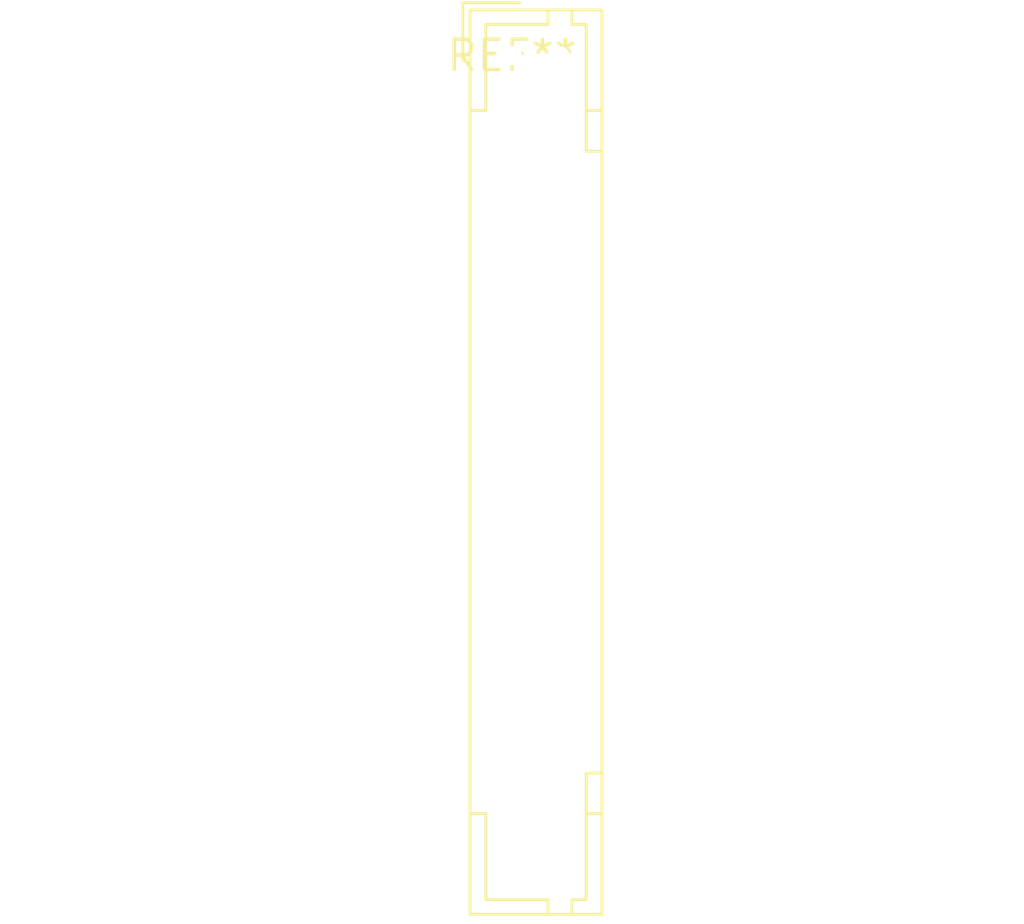
<source format=kicad_pcb>
(kicad_pcb (version 20240108) (generator pcbnew)
  (layers (0 "F.Cu" signal) (31 "B.Cu" signal) (34 "B.Paste" user) (35 "F.Paste" user) (36 "B.SilkS" user "B.Silkscreen") (37 "F.SilkS" user "F.Silkscreen") (38 "B.Mask" user) (39 "F.Mask" user) (44 "Edge.Cuts" user))
  (net 0 "")
  (footprint "JAE_LY20-36P-DT1_2x18_P2.00mm_Vertical" (layer "F.Cu") (at 0 0)
    (property "Reference" "REF**")
    (property "Value" "JAE_LY20-36P-DT1_2x18_P2.00mm_Vertical")
    (fp_line (start -2.06 -2.21) (end -2.06 0.2) (layer "F.SilkS") (stroke (width 0.12)))
    (fp_line (start -1.76 -1.91) (end -1.76 35.91) (layer "F.SilkS") (stroke (width 0.12)))
    (fp_line (start -1.76 35.91) (end 3.76 35.91) (layer "F.SilkS") (stroke (width 0.12)))
    (fp_line (start -1.1 -1.3) (end -1.1 2.3) (layer "F.SilkS") (stroke (width 0.12)))
    (fp_line (start -1.1 2.3) (end -1.76 2.3) (layer "F.SilkS") (stroke (width 0.12)))
    (fp_line (start -1.1 31.7) (end -1.76 31.7) (layer "F.SilkS") (stroke (width 0.12)))
    (fp_line (start -1.1 35.3) (end -1.1 31.7) (layer "F.SilkS") (stroke (width 0.12)))
    (fp_line (start 0.35 -2.21) (end -2.06 -2.21) (layer "F.SilkS") (stroke (width 0.12)))
    (fp_line (start 1.5 -1.91) (end 1.5 -1.3) (layer "F.SilkS") (stroke (width 0.12)))
    (fp_line (start 1.5 -1.3) (end -1.1 -1.3) (layer "F.SilkS") (stroke (width 0.12)))
    (fp_line (start 1.5 35.3) (end -1.1 35.3) (layer "F.SilkS") (stroke (width 0.12)))
    (fp_line (start 1.5 35.91) (end 1.5 35.3) (layer "F.SilkS") (stroke (width 0.12)))
    (fp_line (start 2.5 -1.91) (end 2.5 -1.3) (layer "F.SilkS") (stroke (width 0.12)))
    (fp_line (start 2.5 -1.3) (end 3.1 -1.3) (layer "F.SilkS") (stroke (width 0.12)))
    (fp_line (start 2.5 35.3) (end 3.1 35.3) (layer "F.SilkS") (stroke (width 0.12)))
    (fp_line (start 2.5 35.91) (end 2.5 35.3) (layer "F.SilkS") (stroke (width 0.12)))
    (fp_line (start 3.1 -1.3) (end 3.1 4) (layer "F.SilkS") (stroke (width 0.12)))
    (fp_line (start 3.1 4) (end 3.76 4) (layer "F.SilkS") (stroke (width 0.12)))
    (fp_line (start 3.1 30) (end 3.76 30) (layer "F.SilkS") (stroke (width 0.12)))
    (fp_line (start 3.1 35.3) (end 3.1 30) (layer "F.SilkS") (stroke (width 0.12)))
    (fp_line (start 3.76 -1.91) (end -1.76 -1.91) (layer "F.SilkS") (stroke (width 0.12)))
    (fp_line (start 3.76 2.3) (end 3.1 2.3) (layer "F.SilkS") (stroke (width 0.12)))
    (fp_line (start 3.76 31.7) (end 3.1 31.7) (layer "F.SilkS") (stroke (width 0.12)))
    (fp_line (start 3.76 35.91) (end 3.76 -1.91) (layer "F.SilkS") (stroke (width 0.12)))
    (pad "a1" thru_hole roundrect (at 0 0) (size 1.2 1.2) (drill 0.8) (layers *.Cu *.Mask) (remove_unused_layers) (roundrect_rratio 0.208333))
    (pad "a2" thru_hole circle (at 0 2) (size 1.2 1.2) (drill 0.8) (layers *.Cu *.Mask) (remove_unused_layers))
    (pad "a3" thru_hole circle (at 0 4) (size 1.2 1.2) (drill 0.8) (layers *.Cu *.Mask) (remove_unused_layers))
    (pad "a4" thru_hole circle (at 0 6) (size 1.2 1.2) (drill 0.8) (layers *.Cu *.Mask) (remove_unused_layers))
    (pad "a5" thru_hole circle (at 0 8) (size 1.2 1.2) (drill 0.8) (layers *.Cu *.Mask) (remove_unused_layers))
    (pad "a6" thru_hole circle (at 0 10) (size 1.2 1.2) (drill 0.8) (layers *.Cu *.Mask) (remove_unused_layers))
    (pad "a7" thru_hole circle (at 0 12) (size 1.2 1.2) (drill 0.8) (layers *.Cu *.Mask) (remove_unused_layers))
    (pad "a8" thru_hole circle (at 0 14) (size 1.2 1.2) (drill 0.8) (layers *.Cu *.Mask) (remove_unused_layers))
    (pad "a9" thru_hole circle (at 0 16) (size 1.2 1.2) (drill 0.8) (layers *.Cu *.Mask) (remove_unused_layers))
    (pad "a10" thru_hole circle (at 0 18) (size 1.2 1.2) (drill 0.8) (layers *.Cu *.Mask) (remove_unused_layers))
    (pad "a11" thru_hole circle (at 0 20) (size 1.2 1.2) (drill 0.8) (layers *.Cu *.Mask) (remove_unused_layers))
    (pad "a12" thru_hole circle (at 0 22) (size 1.2 1.2) (drill 0.8) (layers *.Cu *.Mask) (remove_unused_layers))
    (pad "a13" thru_hole circle (at 0 24) (size 1.2 1.2) (drill 0.8) (layers *.Cu *.Mask) (remove_unused_layers))
    (pad "a14" thru_hole circle (at 0 26) (size 1.2 1.2) (drill 0.8) (layers *.Cu *.Mask) (remove_unused_layers))
    (pad "a15" thru_hole circle (at 0 28) (size 1.2 1.2) (drill 0.8) (layers *.Cu *.Mask) (remove_unused_layers))
    (pad "a16" thru_hole circle (at 0 30) (size 1.2 1.2) (drill 0.8) (layers *.Cu *.Mask) (remove_unused_layers))
    (pad "a17" thru_hole circle (at 0 32) (size 1.2 1.2) (drill 0.8) (layers *.Cu *.Mask) (remove_unused_layers))
    (pad "a18" thru_hole circle (at 0 34) (size 1.2 1.2) (drill 0.8) (layers *.Cu *.Mask) (remove_unused_layers))
    (pad "b1" thru_hole circle (at 2 0) (size 1.2 1.2) (drill 0.8) (layers *.Cu *.Mask) (remove_unused_layers))
    (pad "b2" thru_hole circle (at 2 2) (size 1.2 1.2) (drill 0.8) (layers *.Cu *.Mask) (remove_unused_layers))
    (pad "b3" thru_hole circle (at 2 4) (size 1.2 1.2) (drill 0.8) (layers *.Cu *.Mask) (remove_unused_layers))
    (pad "b4" thru_hole circle (at 2 6) (size 1.2 1.2) (drill 0.8) (layers *.Cu *.Mask) (remove_unused_layers))
    (pad "b5" thru_hole circle (at 2 8) (size 1.2 1.2) (drill 0.8) (layers *.Cu *.Mask) (remove_unused_layers))
    (pad "b6" thru_hole circle (at 2 10) (size 1.2 1.2) (drill 0.8) (layers *.Cu *.Mask) (remove_unused_layers))
    (pad "b7" thru_hole circle (at 2 12) (size 1.2 1.2) (drill 0.8) (layers *.Cu *.Mask) (remove_unused_layers))
    (pad "b8" thru_hole circle (at 2 14) (size 1.2 1.2) (drill 0.8) (layers *.Cu *.Mask) (remove_unused_layers))
    (pad "b9" thru_hole circle (at 2 16) (size 1.2 1.2) (drill 0.8) (layers *.Cu *.Mask) (remove_unused_layers))
    (pad "b10" thru_hole circle (at 2 18) (size 1.2 1.2) (drill 0.8) (layers *.Cu *.Mask) (remove_unused_layers))
    (pad "b11" thru_hole circle (at 2 20) (size 1.2 1.2) (drill 0.8) (layers *.Cu *.Mask) (remove_unused_layers))
    (pad "b12" thru_hole circle (at 2 22) (size 1.2 1.2) (drill 0.8) (layers *.Cu *.Mask) (remove_unused_layers))
    (pad "b13" thru_hole circle (at 2 24) (size 1.2 1.2) (drill 0.8) (layers *.Cu *.Mask) (remove_unused_layers))
    (pad "b14" thru_hole circle (at 2 26) (size 1.2 1.2) (drill 0.8) (layers *.Cu *.Mask) (remove_unused_layers))
    (pad "b15" thru_hole circle (at 2 28) (size 1.2 1.2) (drill 0.8) (layers *.Cu *.Mask) (remove_unused_layers))
    (pad "b16" thru_hole circle (at 2 30) (size 1.2 1.2) (drill 0.8) (layers *.Cu *.Mask) (remove_unused_layers))
    (pad "b17" thru_hole circle (at 2 32) (size 1.2 1.2) (drill 0.8) (layers *.Cu *.Mask) (remove_unused_layers))
    (pad "b18" thru_hole circle (at 2 34) (size 1.2 1.2) (drill 0.8) (layers *.Cu *.Mask) (remove_unused_layers))
  )
)
</source>
